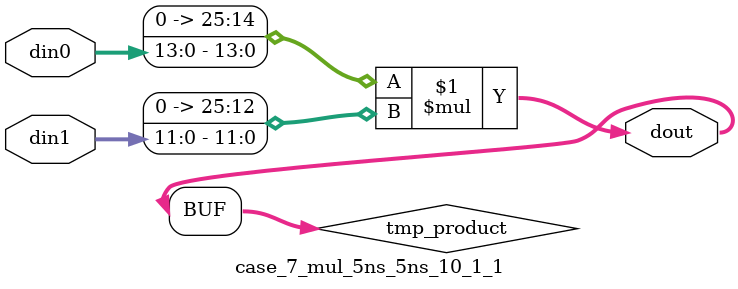
<source format=v>

`timescale 1 ns / 1 ps

 (* use_dsp = "no" *)  module case_7_mul_5ns_5ns_10_1_1(din0, din1, dout);
parameter ID = 1;
parameter NUM_STAGE = 0;
parameter din0_WIDTH = 14;
parameter din1_WIDTH = 12;
parameter dout_WIDTH = 26;

input [din0_WIDTH - 1 : 0] din0; 
input [din1_WIDTH - 1 : 0] din1; 
output [dout_WIDTH - 1 : 0] dout;

wire signed [dout_WIDTH - 1 : 0] tmp_product;
























assign tmp_product = $signed({1'b0, din0}) * $signed({1'b0, din1});











assign dout = tmp_product;





















endmodule

</source>
